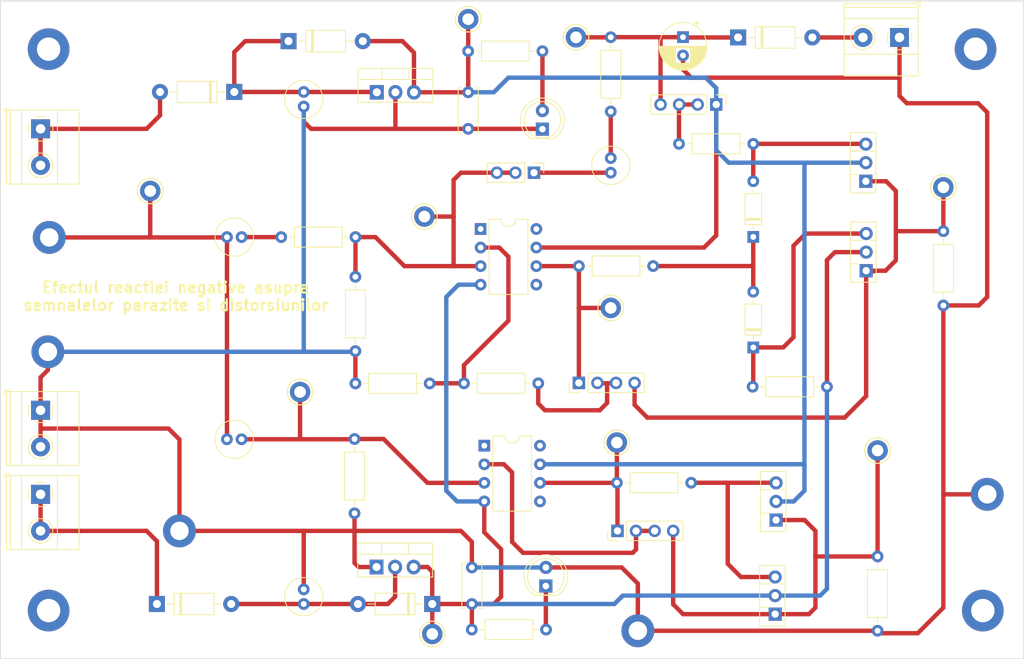
<source format=kicad_pcb>
(kicad_pcb (version 20221018) (generator pcbnew)
  (layers (0 "F.Cu" signal) (31 "B.Cu" signal) (34 "B.Paste" user) (35 "F.Paste" user) (36 "B.SilkS" user "B.Silkscreen") (37 "F.SilkS" user "F.Silkscreen") (38 "B.Mask" user) (39 "F.Mask" user) (44 "Edge.Cuts" user))
  (net 0 "")
  (net 1 "Net-(D1-K)")
  (net 2 "GND")
  (net 3 "Net-(C2-Pad1)")
  (net 4 "Net-(J3-Pin_1)")
  (net 5 "IN")
  (net 6 "Net-(C3-Pad2)")
  (net 7 "Net-(U2-+)")
  (net 8 "Net-(Ds1-K)")
  (net 9 "+5V")
  (net 10 "Net-(Ds3-A)")
  (net 11 "-5V")
  (net 12 "Net-(D1-A)")
  (net 13 "Net-(D2-K)")
  (net 14 "Net-(D2-A)")
  (net 15 "Net-(D3-K)")
  (net 16 "Net-(Dled1-A)")
  (net 17 "Net-(Dled2-K)")
  (net 18 "Net-(Ds1-A)")
  (net 19 "Net-(Ds3-K)")
  (net 20 "Net-(J1-Pin_1)")
  (net 21 "Net-(J1-Pin_2)")
  (net 22 "Net-(J1-Pin_4)")
  (net 23 "Net-(J2-Pin_2)")
  (net 24 "Net-(J3-Pin_2)")
  (net 25 "Net-(J4-Pin_1)")
  (net 26 "Net-(J4-Pin_2)")
  (net 27 "Net-(J4-Pin_4)")
  (net 28 "Net-(Q3-B)")
  (net 29 "Net-(U1--)")
  (footprint "Resistor_THT:R_Axial_DIN0207_L6.3mm_D2.5mm_P10.16mm_Horizontal" (layer "F.Cu") (at 162.155329 65.373772 180)
    (fp_text reference "Rs1" hide)
    (fp_text value "680" hide)
    (pad "1" thru_hole circle (at 0 0 180) (size 1.6 1.6) (drill 0.8) (layers "*.Cu" "*.Mask") (net 16 "Net-(Dled1-A)"))
    (pad "2" thru_hole oval (at 10.16 0 180) (size 1.6 1.6) (drill 0.8) (layers "*.Cu" "*.Mask") (net 9 "+5V"))
  )
  (footprint "Resistor_THT:R_Axial_DIN0207_L6.3mm_D2.5mm_P10.16mm_Horizontal" (layer "F.Cu") (at 171.5 73.626617 90)
    (fp_text reference "R1" hide)
    (fp_text value "15k" hide)
    (pad "1" thru_hole circle (at 0 0 90) (size 1.6 1.6) (drill 0.8) (layers "*.Cu" "*.Mask") (net 3 "Net-(C2-Pad1)"))
    (pad "2" thru_hole oval (at 10.16 0 90) (size 1.6 1.6) (drill 0.8) (layers "*.Cu" "*.Mask") (net 1 "Net-(D1-K)"))
  )
  (footprint "TerminalBlock_Phoenix:TerminalBlock_Phoenix_MKDS-1,5-2_1x02_P5.00mm_Horizontal" (layer "F.Cu") (at 211 63.5 180)
    (fp_text reference "Js_alt1" hide)
    (fp_text value "Screw_Terminal_01x02" hide)
    (pad "1" thru_hole rect (at 0 0 180) (size 2.6 2.6) (drill 1.3) (layers "*.Cu" "*.Mask") (net 2 "GND"))
    (pad "2" thru_hole circle (at 5 0 180) (size 2.6 2.6) (drill 1.3) (layers "*.Cu" "*.Mask") (net 12 "Net-(D1-A)"))
  )
  (footprint "Connector_PinHeader_2.54mm:PinHeader_1x03_P2.54mm_Vertical" (layer "F.Cu") (at 161 82 -90)
    (fp_text reference "J3" hide)
    (fp_text value "Conn_01x03_Pin" hide)
    (pad "1" thru_hole rect (at 0 0 270) (size 1.7 1.7) (drill 1) (layers "*.Cu" "*.Mask") (net 4 "Net-(J3-Pin_1)"))
    (pad "2" thru_hole oval (at 0 2.54 270) (size 1.7 1.7) (drill 1) (layers "*.Cu" "*.Mask") (net 24 "Net-(J3-Pin_2)"))
    (pad "3" thru_hole oval (at 0 5.08 270) (size 1.7 1.7) (drill 1) (layers "*.Cu" "*.Mask") (net 24 "Net-(J3-Pin_2)"))
  )
  (footprint "Capacitor_THT:C_Disc_D6.0mm_W2.5mm_P5.00mm" (layer "F.Cu") (at 152 71 -90)
    (fp_text reference "Cs2" hide)
    (fp_text value "100nF" hide)
    (pad "1" thru_hole circle (at 0 0 270) (size 1.6 1.6) (drill 0.8) (layers "*.Cu" "*.Mask") (net 9 "+5V"))
    (pad "2" thru_hole circle (at 5 0 270) (size 1.6 1.6) (drill 0.8) (layers "*.Cu" "*.Mask") (net 2 "GND"))
  )
  (footprint "Resistor_THT:R_Axial_DIN0207_L6.3mm_D2.5mm_P10.16mm_Horizontal" (layer "F.Cu") (at 136.566764 96.243235 -90)
    (fp_text reference "R3" hide)
    (fp_text value "3.3k" hide)
    (pad "1" thru_hole circle (at 0 0 270) (size 1.6 1.6) (drill 0.8) (layers "*.Cu" "*.Mask") (net 24 "Net-(J3-Pin_2)"))
    (pad "2" thru_hole oval (at 10.16 0 270) (size 1.6 1.6) (drill 0.8) (layers "*.Cu" "*.Mask") (net 2 "GND"))
  )
  (footprint "Capacitor_THT:C_Radial_D5.0mm_H11.0mm_P2.00mm" (layer "F.Cu") (at 171.5 80 -90)
    (fp_text reference "C2" hide)
    (fp_text value "22uF" hide)
    (pad "1" thru_hole circle (at 0 0 270) (size 1.6 1.6) (drill 0.8) (layers "*.Cu" "*.Mask") (net 3 "Net-(C2-Pad1)"))
    (pad "2" thru_hole circle (at 2 0 270) (size 1.6 1.6) (drill 0.8) (layers "*.Cu" "*.Mask") (net 4 "Net-(J3-Pin_1)"))
  )
  (footprint "User_Footprint:Kesytone TP Multipurpose 5013" (layer "F.Cu") (at 108.5 84.5)
    (fp_text reference "TP11" hide)
    (fp_text value "TestPoint" hide)
    (pad "1" thru_hole circle (at 0 0) (size 2.8 2.8) (drill 1.6) (layers "*.Cu" "*.Mask") (net 5 "IN"))
  )
  (footprint "Package_DIP:DIP-8_W7.62mm" (layer "F.Cu") (at 153.7 89.7)
    (fp_text reference "U1" hide)
    (fp_text value "LM741" hide)
    (pad "1" thru_hole rect (at 0 0) (size 1.6 1.6) (drill 0.8) (layers "*.Cu" "*.Mask"))
    (pad "2" thru_hole oval (at 0 2.54) (size 1.6 1.6) (drill 0.8) (layers "*.Cu" "*.Mask") (net 29 "Net-(U1--)"))
    (pad "3" thru_hole oval (at 0 5.08) (size 1.6 1.6) (drill 0.8) (layers "*.Cu" "*.Mask") (net 24 "Net-(J3-Pin_2)"))
    (pad "4" thru_hole oval (at 0 7.62) (size 1.6 1.6) (drill 0.8) (layers "*.Cu" "*.Mask") (net 11 "-5V"))
    (pad "5" thru_hole oval (at 7.62 7.62) (size 1.6 1.6) (drill 0.8) (layers "*.Cu" "*.Mask"))
    (pad "6" thru_hole oval (at 7.62 5.08) (size 1.6 1.6) (drill 0.8) (layers "*.Cu" "*.Mask") (net 20 "Net-(J1-Pin_1)"))
    (pad "7" thru_hole oval (at 7.62 2.54) (size 1.6 1.6) (drill 0.8) (layers "*.Cu" "*.Mask") (net 9 "+5V"))
    (pad "8" thru_hole oval (at 7.62 0) (size 1.6 1.6) (drill 0.8) (layers "*.Cu" "*.Mask"))
  )
  (footprint "Resistor_THT:R_Axial_DIN0207_L6.3mm_D2.5mm_P10.16mm_Horizontal" (layer "F.Cu") (at 208 134.5 -90)
    (fp_text reference "RL2" hide)
    (fp_text value "150" hide)
    (pad "1" thru_hole circle (at 0 0 270) (size 1.6 1.6) (drill 0.8) (layers "*.Cu" "*.Mask") (net 27 "Net-(J4-Pin_4)"))
    (pad "2" thru_hole oval (at 10.16 0 270) (size 1.6 1.6) (drill 0.8) (layers "*.Cu" "*.Mask") (net 2 "GND"))
  )
  (footprint "Capacitor_THT:C_Radial_D5.0mm_H11.0mm_P2.00mm" (layer "F.Cu") (at 119 90.81)
    (fp_text reference "C3" hide)
    (fp_text value "2.2uF" hide)
    (pad "1" thru_hole circle (at 0 0) (size 1.6 1.6) (drill 0.8) (layers "*.Cu" "*.Mask") (net 5 "IN"))
    (pad "2" thru_hole circle (at 2 0) (size 1.6 1.6) (drill 0.8) (layers "*.Cu" "*.Mask") (net 6 "Net-(C3-Pad2)"))
  )
  (footprint "User_Footprint:Kesytone TP Multipurpose 5013" (layer "F.Cu") (at 208 120)
    (fp_text reference "TP8" hide)
    (fp_text value "TestPoint" hide)
    (pad "1" thru_hole circle (at 0 0) (size 2.8 2.8) (drill 1.6) (layers "*.Cu" "*.Mask") (net 27 "Net-(J4-Pin_4)"))
  )
  (footprint "Capacitor_THT:CP_Radial_D6.3mm_P2.50mm" (layer "F.Cu") (at 181.383197 63.458879 -90)
    (fp_text reference "C1" hide)
    (fp_text value "22uF" hide)
    (pad "1" thru_hole rect (at 0 0 270) (size 1.6 1.6) (drill 0.8) (layers "*.Cu" "*.Mask") (net 1 "Net-(D1-K)"))
    (pad "2" thru_hole circle (at 2.5 0 270) (size 1.6 1.6) (drill 0.8) (layers "*.Cu" "*.Mask") (net 2 "GND"))
  )
  (footprint "MountingHole:MountingHole_3.2mm_M3_ISO7380_Pad_TopBottom" (layer "F.Cu") (at 221.4 65.1)
    (fp_text reference "H3" hide)
    (fp_text value "MountingHole" hide)
    (pad "1" thru_hole circle (at 0 0) (size 3.6 3.6) (drill 3.2) (layers "*.Cu" "*.Mask"))
    (pad "1" connect circle (at 0 0) (size 5.7 5.7) (layers "F.Cu" "F.Mask"))
    (pad "1" connect circle (at 0 0) (size 5.7 5.7) (layers "B.Cu" "B.Mask"))
  )
  (footprint "User_Footprint:TestPoint" (layer "F.Cu") (at 94.5 106.5)
    (fp_text reference "TP1" hide)
    (fp_text value "TestPoint" hide)
    (pad "1" thru_hole circle (at 0 0) (size 4.5 4.5) (drill 2.52) (layers "*.Cu" "*.Mask") (net 2 "GND"))
  )
  (footprint "User_Footprint:Kesytone TP Multipurpose 5013" (layer "F.Cu") (at 217 84)
    (fp_text reference "TP6" hide)
    (fp_text value "TestPoint" hide)
    (pad "1" thru_hole circle (at 0 0) (size 2.8 2.8) (drill 1.6) (layers "*.Cu" "*.Mask") (net 22 "Net-(J1-Pin_4)"))
  )
  (footprint "Capacitor_THT:C_Disc_D6.0mm_W2.5mm_P5.00mm" (layer "F.Cu") (at 152.5 141 90)
    (fp_text reference "Cs4" hide)
    (fp_text value "100nF" hide)
    (pad "1" thru_hole circle (at 0 0 90) (size 1.6 1.6) (drill 0.8) (layers "*.Cu" "*.Mask") (net 11 "-5V"))
    (pad "2" thru_hole circle (at 5 0 90) (size 1.6 1.6) (drill 0.8) (layers "*.Cu" "*.Mask") (net 2 "GND"))
  )
  (footprint "Capacitor_THT:C_Radial_D5.0mm_H11.0mm_P2.00mm" (layer "F.Cu") (at 118.993008 118.466002)
    (fp_text reference "C4" hide)
    (fp_text value "2.2uF" hide)
    (pad "1" thru_hole circle (at 0 0) (size 1.6 1.6) (drill 0.8) (layers "*.Cu" "*.Mask") (net 5 "IN"))
    (pad "2" thru_hole circle (at 2 0) (size 1.6 1.6) (drill 0.8) (layers "*.Cu" "*.Mask") (net 7 "Net-(U2-+)"))
  )
  (footprint "Resistor_THT:R_Axial_DIN0207_L6.3mm_D2.5mm_P10.16mm_Horizontal" (layer "F.Cu") (at 136.449866 118.43036 -90)
    (fp_text reference "R9" hide)
    (fp_text value "12k" hide)
    (pad "1" thru_hole circle (at 0 0 270) (size 1.6 1.6) (drill 0.8) (layers "*.Cu" "*.Mask") (net 7 "Net-(U2-+)"))
    (pad "2" thru_hole oval (at 10.16 0 270) (size 1.6 1.6) (drill 0.8) (layers "*.Cu" "*.Mask") (net 2 "GND"))
  )
  (footprint "TerminalBlock_Phoenix:TerminalBlock_Phoenix_MKDS-1,5-2_1x02_P5.00mm_Horizontal" (layer "F.Cu") (at 93.5 126 -90)
    (fp_text reference "Js3" hide)
    (fp_text value "Screw_Terminal_01x02" hide)
    (pad "1" thru_hole rect (at 0 0 270) (size 2.6 2.6) (drill 1.3) (layers "*.Cu" "*.Mask") (net 19 "Net-(Ds3-K)"))
    (pad "2" thru_hole circle (at 5 0 270) (size 2.6 2.6) (drill 1.3) (layers "*.Cu" "*.Mask") (net 19 "Net-(Ds3-K)"))
  )
  (footprint "Diode_THT:D_DO-41_SOD81_P10.16mm_Horizontal" (layer "F.Cu") (at 120 70.95451 180)
    (fp_text reference "Ds1" hide)
    (fp_text value "1N4007" hide)
    (pad "1" thru_hole rect (at 0 0 180) (size 2.2 2.2) (drill 1.1) (layers "*.Cu" "*.Mask") (net 8 "Net-(Ds1-K)"))
    (pad "2" thru_hole oval (at 10.16 0 180) (size 2.2 2.2) (drill 1.1) (layers "*.Cu" "*.Mask") (net 18 "Net-(Ds1-A)"))
  )
  (footprint "Capacitor_THT:C_Radial_D5.0mm_H11.0mm_P2.00mm" (layer "F.Cu") (at 129.5 141 90)
    (fp_text reference "Cs3" hide)
    (fp_text value "1uF" hide)
    (pad "1" thru_hole circle (at 0 0 90) (size 1.6 1.6) (drill 0.8) (layers "*.Cu" "*.Mask") (net 10 "Net-(Ds3-A)"))
    (pad "2" thru_hole circle (at 2 0 90) (size 1.6 1.6) (drill 0.8) (layers "*.Cu" "*.Mask") (net 2 "GND"))
  )
  (footprint "Connector_PinHeader_2.54mm:PinHeader_1x04_P2.54mm_Vertical" (layer "F.Cu") (at 167.139697 110.757278 90)
    (fp_text reference "J1" hide)
    (fp_text value "Conn_01x04_Pin" hide)
    (pad "1" thru_hole rect (at 0 0 90) (size 1.7 1.7) (drill 1) (layers "*.Cu" "*.Mask") (net 20 "Net-(J1-Pin_1)"))
    (pad "2" thru_hole oval (at 0 2.54 90) (size 1.7 1.7) (drill 1) (layers "*.Cu" "*.Mask") (net 21 "Net-(J1-Pin_2)"))
    (pad "3" thru_hole oval (at 0 5.08 90) (size 1.7 1.7) (drill 1) (layers "*.Cu" "*.Mask") (net 21 "Net-(J1-Pin_2)"))
    (pad "4" thru_hole oval (at 0 7.62 90) (size 1.7 1.7) (drill 1) (layers "*.Cu" "*.Mask") (net 22 "Net-(J1-Pin_4)"))
  )
  (footprint "User_Footprint:Kesytone TP Multipurpose 5013" (layer "F.Cu") (at 172.336532 118.918266)
    (fp_text reference "TP7" hide)
    (fp_text value "TestPoint" hide)
    (pad "1" thru_hole circle (at 0 0) (size 2.8 2.8) (drill 1.6) (layers "*.Cu" "*.Mask") (net 25 "Net-(J4-Pin_1)"))
  )
  (footprint "Resistor_THT:R_Axial_DIN0207_L6.3mm_D2.5mm_P10.16mm_Horizontal" (layer "F.Cu") (at 136.58 90.81 180)
    (fp_text reference "R2" hide)
    (fp_text value "3.3k" hide)
    (pad "1" thru_hole circle (at 0 0 180) (size 1.6 1.6) (drill 0.8) (layers "*.Cu" "*.Mask") (net 24 "Net-(J3-Pin_2)"))
    (pad "2" thru_hole oval (at 10.16 0 180) (size 1.6 1.6) (drill 0.8) (layers "*.Cu" "*.Mask") (net 6 "Net-(C3-Pad2)"))
  )
  (footprint "Diode_THT:D_DO-41_SOD81_P10.16mm_Horizontal" (layer "F.Cu") (at 188.92 63.5)
    (fp_text reference "D1" hide)
    (fp_text value "1N4007" hide)
    (pad "1" thru_hole rect (at 0 0) (size 2.2 2.2) (drill 1.1) (layers "*.Cu" "*.Mask") (net 1 "Net-(D1-K)"))
    (pad "2" thru_hole oval (at 10.16 0) (size 2.2 2.2) (drill 1.1) (layers "*.Cu" "*.Mask") (net 12 "Net-(D1-A)"))
  )
  (footprint "Resistor_THT:R_Axial_DIN0207_L6.3mm_D2.5mm_P10.16mm_Horizontal" (layer "F.Cu") (at 177.3 94.772448 180)
    (fp_text reference "R6" hide)
    (fp_text value "680" hide)
    (pad "1" thru_hole circle (at 0 0 180) (size 1.6 1.6) (drill 0.8) (layers "*.Cu" "*.Mask") (net 13 "Net-(D2-K)"))
    (pad "2" thru_hole oval (at 10.16 0 180) (size 1.6 1.6) (drill 0.8) (layers "*.Cu" "*.Mask") (net 20 "Net-(J1-Pin_1)"))
  )
  (footprint "Package_TO_SOT_THT:TO-220-3_Vertical" (layer "F.Cu") (at 139.46 135.945)
    (fp_text reference "U4" hide)
    (fp_text value "L7905" hide)
    (pad "1" thru_hole rect (at 0 0) (size 1.905 2) (drill 1.1) (layers "*.Cu" "*.Mask") (net 2 "GND"))
    (pad "2" thru_hole oval (at 2.54 0) (size 1.905 2) (drill 1.1) (layers "*.Cu" "*.Mask") (net 10 "Net-(Ds3-A)"))
    (pad "3" thru_hole oval (at 5.08 0) (size 1.905 2) (drill 1.1) (layers "*.Cu" "*.Mask") (net 11 "-5V"))
  )
  (footprint "Diode_THT:D_DO-35_SOD27_P7.62mm_Horizontal" (layer "F.Cu") (at 190.994644 105.90345 90)
    (fp_text reference "D3" hide)
    (fp_text value "1N4148" hide)
    (pad "1" thru_hole rect (at 0 0 90) (size 1.6 1.6) (drill 0.8) (layers "*.Cu" "*.Mask") (net 15 "Net-(D3-K)"))
    (pad "2" thru_hole oval (at 7.62 0 90) (size 1.6 1.6) (drill 0.8) (layers "*.Cu" "*.Mask") (net 13 "Net-(D2-K)"))
  )
  (footprint "Package_TO_SOT_THT:TO-126-3_Vertical" (layer "F.Cu") (at 206.390553 83.170346 90)
    (fp_text reference "Q1" hide)
    (fp_text value "BD135" hide)
    (pad "1" thru_hole rect (at 0 0 90) (size 1.8 1.8) (drill 1) (layers "*.Cu" "*.Mask") (net 22 "Net-(J1-Pin_4)"))
    (pad "2" thru_hole oval (at 2.54 0 90) (size 1.8 1.8) (drill 1) (layers "*.Cu" "*.Mask") (net 9 "+5V"))
    (pad "3" thru_hole oval (at 5.08 0 90) (size 1.8 1.8) (drill 1) (layers "*.Cu" "*.Mask") (net 14 "Net-(D2-A)"))
  )
  (footprint "User_Footprint:TestPoint" (layer "F.Cu") (at 94.687311 90.853164)
    (fp_text reference "J5" hide)
    (fp_text value "Conn_01x01_Male" hide)
    (pad "1" thru_hole circle (at 0 0) (size 4.5 4.5) (drill 2.52) (layers "*.Cu" "*.Mask") (net 5 "IN"))
  )
  (footprint "Resistor_THT:R_Axial_DIN0207_L6.3mm_D2.5mm_P10.16mm_Horizontal" (layer "F.Cu") (at 151.42 110.81)
    (fp_text reference "R5" hide)
    (fp_text value "3.3k" hide)
    (pad "1" thru_hole circle (at 0 0) (size 1.6 1.6) (drill 0.8) (layers "*.Cu" "*.Mask") (net 29 "Net-(U1--)"))
    (pad "2" thru_hole oval (at 10.16 0) (size 1.6 1.6) (drill 0.8) (layers "*.Cu" "*.Mask") (net 21 "Net-(J1-Pin_2)"))
  )
  (footprint "User_Footprint:Kesytone TP Multipurpose 5013" (layer "F.Cu") (at 129 112)
    (fp_text reference "TP13" hide)
    (fp_text value "TestPoint" hide)
    (pad "1" thru_hole circle (at 0 0) (size 2.8 2.8) (drill 1.6) (layers "*.Cu" "*.Mask") (net 7 "Net-(U2-+)"))
  )
  (footprint "LED_THT:LED_D5.0mm" (layer "F.Cu") (at 162.155329 76.04 90)
    (fp_text reference "Dled1" hide)
    (fp_text value "LED" hide)
    (pad "1" thru_hole rect (at 0 0 90) (size 1.8 1.8) (drill 0.9) (layers "*.Cu" "*.Mask") (net 2 "GND"))
    (pad "2" thru_hole circle (at 2.54 0 90) (size 1.8 1.8) (drill 0.9) (layers "*.Cu" "*.Mask") (net 16 "Net-(Dled1-A)"))
  )
  (footprint "Package_TO_SOT_THT:TO-220-3_Vertical" (layer "F.Cu") (at 139.5 71)
    (fp_text reference "U3" hide)
    (fp_text value "L7805" hide)
    (pad "1" thru_hole rect (at 0 0) (size 1.905 2) (drill 1.1) (layers "*.Cu" "*.Mask") (net 8 "Net-(Ds1-K)"))
    (pad "2" thru_hole oval (at 2.54 0) (size 1.905 2) (drill 1.1) (layers "*.Cu" "*.Mask") (net 2 "GND"))
    (pad "3" thru_hole oval (at 5.08 0) (size 1.905 2) (drill 1.1) (layers "*.Cu" "*.Mask") (net 9 "+5V"))
  )
  (footprint "Package_TO_SOT_THT:TO-126-3_Vertical" (layer "F.Cu") (at 193.987076 142.39 90)
    (fp_text reference "Q4" hide)
    (fp_text value "BD136" hide)
    (pad "1" thru_hole rect (at 0 0 90) (size 1.8 1.8) (drill 1) (layers "*.Cu" "*.Mask") (net 27 "Net-(J4-Pin_4)"))
    (pad "2" thru_hole oval (at 2.54 0 90) (size 1.8 1.8) (drill 1) (layers "*.Cu" "*.Mask") (net 11 "-5V"))
    (pad "3" thru_hole oval (at 5.08 0 90) (size 1.8 1.8) (drill 1) (layers "*.Cu" "*.Mask") (net 28 "Net-(Q3-B)"))
  )
  (footprint "User_Footprint:Kesytone TP Multipurpose 5013" (layer "F.Cu") (at 166.747136 63.482816)
    (fp_text reference "TP4" hide)
    (fp_text value "TestPoint" hide)
    (pad "1" thru_hole circle (at 0 0) (size 2.8 2.8) (drill 1.6) (layers "*.Cu" "*.Mask") (net 1 "Net-(D1-K)"))
  )
  (footprint "TerminalBlock_Phoenix:TerminalBlock_Phoenix_MKDS-1,5-2_1x02_P5.00mm_Horizontal" (layer "F.Cu") (at 93.5 114.5 -90)
    (fp_text reference "Js2" hide)
    (fp_text value "Screw_Terminal_01x02" hide)
    (pad "1" thru_hole rect (at 0 0 270) (size 2.6 2.6) (drill 1.3) (layers "*.Cu" "*.Mask") (net 2 "GND"))
    (pad "2" thru_hole circle (at 5 0 270) (size 2.6 2.6) (drill 1.3) (layers "*.Cu" "*.Mask") (net 2 "GND"))
  )
  (footprint "LED_THT:LED_D5.0mm" (layer "F.Cu") (at 162.621211 138.54 90)
    (fp_text reference "Dled2" hide)
    (fp_text value "LED" hide)
    (pad "1" thru_hole rect (at 0 0 90) (size 1.8 1.8) (drill 0.9) (layers "*.Cu" "*.Mask") (net 17 "Net-(Dled2-K)"))
    (pad "2" thru_hole circle (at 2.54 0 90) (size 1.8 1.8) (drill 0.9) (layers "*.Cu" "*.Mask") (net 2 "GND"))
  )
  (footprint "Capacitor_THT:C_Radial_D5.0mm_H11.0mm_P2.00mm" (layer "F.Cu") (at 129.5 70.95451 -90)
    (fp_text reference "Cs1" hide)
    (fp_text value "1uF" hide)
    (pad "1" thru_hole circle (at 0 0 270) (size 1.6 1.6) (drill 0.8) (layers "*.Cu" "*.Mask") (net 8 "Net-(Ds1-K)"))
    (pad "2" thru_hole circle (at 2 0 270) (size 1.6 1.6) (drill 0.8) (layers "*.Cu" "*.Mask") (net 2 "GND"))
  )
  (footprint "User_Footprint:Kesytone TP Multipurpose 5013" (layer "F.Cu") (at 152 61)
    (fp_text reference "TP9" hide)
    (fp_text value "TestPoint" hide)
    (pad "1" thru_hole circle (at 0 0) (size 2.8 2.8) (drill 1.6) (layers "*.Cu" "*.Mask") (net 9 "+5V"))
  )
  (footprint "Connector_PinHeader_2.54mm:PinHeader_1x04_P2.54mm_Vertical" (layer "F.Cu") (at 185.931041 72.671793 -90)
    (fp_text reference "J2" hide)
    (fp_text value "Conn_01x04_Pin" hide)
    (pad "1" thru_hole rect (at 0 0 270) (size 1.7 1.7) (drill 1) (layers "*.Cu" "*.Mask") (net 9 "+5V"))
    (pad "2" thru_hole oval (at 0 2.54 270) (size 1.7 1.7) (drill 1) (layers "*.Cu" "*.Mask") (net 23 "Net-(J2-Pin_2)"))
    (pad "3" thru_hole oval (at 0 5.08 270) (size 1.7 1.7) (drill 1) (layers "*.Cu" "*.Mask") (net 23 "Net-(J2-Pin_2)"))
    (pad "4" thru_hole oval (at 0 7.62 270) (size 1.7 1.7) (drill 1) (layers "*.Cu" "*.Mask") (net 1 "Net-(D1-K)"))
  )
  (footprint "Package_DIP:DIP-8_W7.62mm" (layer "F.Cu") (at 154.2 119.34689)
    (fp_text reference "U2" hide)
    (fp_text value "LM741" hide)
    (pad "1" thru_hole rect (at 0 0) (size 1.6 1.6) (drill 0.8) (layers "*.Cu" "*.Mask"))
    (pad "2" thru_hole oval (at 0 2.54) (size 1.6 1.6) (drill 0.8) (layers "*.Cu" "*.Mask") (net 26 "Net-(J4-Pin_2)"))
    (pad "3" thru_hole oval (at 0 5.08) (size 1.6 1.6) (drill 0.8) (layers "*.Cu" "*.Mask") (net 7 "Net-(U2-+)"))
    (pad "4" thru_hole oval (at 0 7.62) (size 1.6 1.6) (drill 0.8) (layers "*.Cu" "*.Mask") (net 11 "-5V"))
    (pad "5" thru_hole oval (at 7.62 7.62) (size 1.6 1.6) (drill 0.8) (layers "*.Cu" "*.Mask"))
    (pad "6" thru_hole oval (at 7.62 5.08) (size 1.6 1.6) (drill 0.8) (layers "*.Cu" "*.Mask") (net 25 "Net-(J4-Pin_1)"))
    (pad "7" thru_hole oval (at 7.62 2.54) (size 1.6 1.6) (drill 0.8) (layers "*.Cu" "*.Mask") (net 9 "+5V"))
    (pad "8" thru_hole oval (at 7.62 0) (size 1.6 1.6) (drill 0.8) (layers "*.Cu" "*.Mask"))
  )
  (footprint "Resistor_THT:R_Axial_DIN0207_L6.3mm_D2.5mm_P10.16mm_Horizontal" (layer "F.Cu") (at 182.5 124.414569 180)
    (fp_text reference "R10" hide)
    (fp_text value "680" hide)
    (pad "1" thru_hole circle (at 0 0 180) (size 1.6 1.6) (drill 0.8) (layers "*.Cu" "*.Mask") (net 28 "Net-(Q3-B)"))
    (pad "2" thru_hole oval (at 10.16 0 180) (size 1.6 1.6) (drill 0.8) (layers "*.Cu" "*.Mask") (net 25 "Net-(J4-Pin_1)"))
  )
  (footprint "Package_TO_SOT_THT:TO-126-3_Vertical" (layer "F.Cu") (at 206.436413 95.406966 90)
    (fp_text reference "Q2" hide)
    (fp_text value "BD136" hide)
    (pad "1" thru_hole rect (at 0 0 90) (size 1.8 1.8) (drill 1) (layers "*.Cu" "*.Mask") (net 22 "Net-(J1-Pin_4)"))
    (pad "2" thru_hole oval (at 2.54 0 90) (size 1.8 1.8) (drill 1) (layers "*.Cu" "*.Mask") (net 11 "-5V"))
    (pad "3" thru_hole oval (at 5.08 0 90) (size 1.8 1.8) (drill 1) (layers "*.Cu" "*.Mask") (net 15 "Net-(D3-K)"))
  )
  (footprint "Diode_THT:D_DO-35_SOD27_P7.62mm_Horizontal" (layer "F.Cu") (at 190.994644 90.78345 90)
    (fp_text reference "D2" hide)
    (fp_text value "1N4148" hide)
    (pad "1" thru_hole rect (at 0 0 90) (size 1.6 1.6) (drill 0.8) (layers "*.Cu" "*.Mask") (net 13 "Net-(D2-K)"))
    (pad "2" thru_hole oval (at 7.62 0 90) (size 1.6 1.6) (drill 0.8) (layers "*.Cu" "*.Mask") (net 14 "Net-(D2-A)"))
  )
  (footprint "User_Footprint:Kesytone TP Multipurpose 5013" (layer "F.Cu") (at 147.086491 145.103405)
    (fp_text reference "TP10" hide)
    (fp_text value "TestPoint" hide)
    (pad "1" thru_hole circle (at 0 0) (size 2.8 2.8) (drill 1.6) (layers "*.Cu" "*.Mask") (net 11 "-5V"))
  )
  (footprint "Package_TO_SOT_THT:TO-126-3_Vertical" (layer "F.Cu") (at 194.112076 129.514629 90)
    (fp_text reference "Q3" hide)
    (fp_text value "BD135" hide)
    (pad "1" thru_hole rect (at 0 0 90) (size 1.8 1.8) (drill 1) (layers "*.Cu" "*.Mask") (net 27 "Net-(J4-Pin_4)"))
    (pad "2" thru_hole oval (at 2.54 0 90) (size 1.8 1.8) (drill 1) (layers "*.Cu" "*.Mask") (net 9 "+5V"))
    (pad "3" thru_hole oval (at 5.08 0 90) (size 1.8 1.8) (drill 1) (layers "*.Cu" "*.Mask") (net 28 "Net-(Q3-B)"))
  )
  (footprint "Resistor_THT:R_Axial_DIN0207_L6.3mm_D2.5mm_P10.16mm_Horizontal" (layer "F.Cu") (at 136.570219 110.826691)
    (fp_text reference "R4" hide)
    (fp_text value "3.3k" hide)
    (pad "1" thru_hole circle (at 0 0) (size 1.6 1.6) (drill 0.8) (layers "*.Cu" "*.Mask") (net 2 "GND"))
    (pad "2" thru_hole oval (at 10.16 0) (size 1.6 1.6) (drill 0.8) (layers "*.Cu" "*.Mask") (net 29 "Net-(U1--)"))
  )
  (footprint "Resistor_THT:R_Axial_DIN0207_L6.3mm_D2.5mm_P10.16mm_Horizontal" (layer "F.Cu") (at 162.648923 144.5 180)
    (fp_text reference "Rs2" hide)
    (fp_text value "680" hide)
    (pad "1" thru_hole circle (at 0 0 180) (size 1.6 1.6) (drill 0.8) (layers "*.Cu" "*.Mask") (net 17 "Net-(Dled2-K)"))
    (pad "2" thru_hole oval (at 10.16 0 180) (size 1.6 1.6) (drill 0.8) (layers "*.Cu" "*.Mask") (net 11 "-5V"))
  )
  (footprint "Resistor_THT:R_Axial_DIN0207_L6.3mm_D2.5mm_P10.16mm_Horizontal" (layer "F.Cu") (at 217 90 -90)
    (fp_text reference "RL1" hide)
    (fp_text value "150" hide)
    (pad "1" thru_hole circle (at 0 0 270) (size 1.6 1.6) (drill 0.8) (layers "*.Cu" "*.Mask") (net 22 "Net-(J1-Pin_4)"))
    (pad "2" thru_hole oval (at 10.16 0 270) (size 1.6 1.6) (drill 0.8) (layers "*.Cu" "*.Mask") (net 2 "GND"))
  )
  (footprint "Diode_THT:D_DO-41_SOD81_P10.16mm_Horizontal" (layer "F.Cu") (at 109.42 141)
    (fp_text reference "Ds3" hide)
    (fp_text value "1N4007" hide)
    (pad "1" thru_hole rect (at 0 0) (size 2.2 2.2) (drill 1.1) (layers "*.Cu" "*.Mask") (net 19 "Net-(Ds3-K)"))
    (pad "2" thru_hole oval (at 10.16 0) (size 2.2 2.2) (drill 1.1) (layers "*.Cu" "*.Mask") (net 10 "Net-(Ds3-A)"))
  )
  (footprint "MountingHole:MountingHole_3.2mm_M3_ISO7380_Pad_TopBottom" (layer "F.Cu") (at 222.4 141.9)
    (fp_text reference "H1" hide)
    (fp_text value "MountingHole" hide)
    (pad "1" thru_hole circle (at 0 0) (size 3.6 3.6) (drill 3.2) (layers "*.Cu" "*.Mask"))
    (pad "1" connect circle (at 0 0) (size 5.7 5.7) (layers "F.Cu" "F.Mask"))
    (pad "1" connect circle (at 0 0) (size 5.7 5.7) (layers "B.Cu" "B.Mask"))
  )
  (footprint "Resistor_THT:R_Axial_DIN0207_L6.3mm_D2.5mm_P10.16mm_Horizontal" (layer "F.Cu") (at 201.074644 111.28345 180)
    (fp_text reference "R7" hide)
    (fp_text value "3.3k" hide)
    (pad "1" thru_hole circle (at 0 0 180) (size 1.6 1.6) (drill 0.8) (layers "*.Cu" "*.Mask") (net 11 "-5V"))
    (pad "2" thru_hole oval (at 10.16 0 180) (size 1.6 1.6) (drill 0.8) (layers "*.Cu" "*.Mask") (net 15 "Net-(D3-K)"))
  )
  (footprint "MountingHole:MountingHole_3.2mm_M3_ISO7380_Pad_TopBottom" (layer "F.Cu") (at 94.6 141.9)
    (fp_text reference "H2" hide)
    (fp_text value "MountingHole" hide)
    (pad "1" thru_hole circle (at 0 0) (size 3.6 3.6) (drill 3.2) (layers "*.Cu" "*.Mask"))
    (pad "1" connect circle (at 0 0) (size 5.7 5.7) (layers "F.Cu" "F.Mask"))
    (pad "1" connect circle (at 0 0) (size 5.7 5.7) (layers "B.Cu" "B.Mask"))
  )
  (footprint "Connector_PinHeader_2.54mm:PinHeader_1x04_P2.54mm_Vertical" (layer "F.Cu") (at 172.42 131 90)
    (fp_text reference "J4" hide)
    (fp_text value "Conn_01x04_Pin" hide)
    (pad "1" thru_hole rect (at 0 0 90) (size 1.7 1.7) (drill 1) (layers "*.Cu" "*.Mask") (net 25 "Net-(J4-Pin_1)"))
    (pad "2" thru_hole oval (at 0 2.54 90) (size 1.7 1.7) (drill 1) (layers "*.Cu" "*.Mask") (net 26 "Net-(J4-Pin_2)"))
    (pad "3" thru_hole oval (at 0 5.08 90) (size 1.7 1.7) (drill 1) (layers "*.Cu" "*.Mask") (net 26 "Net-(J4-Pin_2)"))
    (pad "4" thru_hole oval (at 0 7.62 90) (size 1.7 1.7) (drill 1) (layers "*.Cu" "*.Mask") (net 27 "Net-(J4-Pin_4)"))
  )
  (footprint "User_Footprint:TestPoint" (layer "F.Cu") (at 112.5 131)
    (fp_text reference "TP14" hide)
    (fp_text value "TestPoint" hide)
    (pad "1" thru_hole circle (at 0 0) (size 4.5 4.5) (drill 2.52) (layers "*.Cu" "*.Mask") (net 2 "GND"))
  )
  (footprint "User_Footprint:TestPoint" (layer "F.Cu") (at 223 126)
    (fp_text reference "TP3" hide)
    (fp_text value "TestPoint" hide)
    (pad "1" thru_hole circle (at 0 0) (size 4.5 4.5) (drill 2.52) (layers "*.Cu" "*.Mask") (net 2 "GND"))
  )
  (footprint "MountingHole:MountingHole_3.2mm_M3_ISO7380_Pad_TopBottom" (layer "F.Cu") (at 94.6 65.1)
    (fp_text reference "H4" hide)
    (fp_text value "MountingHole" hide)
    (pad "1" thru_hole circle (at 0 0) (size 3.6 3.6) (drill 3.2) (layers "*.Cu" "*.Mask"))
    (pad "1" connect circle (at 0 0) (size 5.7 5.7) (layers "F.Cu" "F.Mask"))
    (pad "1" connect circle (at 0 0) (size 5.7 5.7) (layers "B.Cu" "B.Mask"))
  )
  (footprint "User_Footprint:Kesytone TP Multipurpose 5013" (layer "F.Cu") (at 146 88)
    (fp_text reference "TP12" hide)
    (fp_text value "TestPoint" hide)
    (pad "1" thru_hole circle (at 0 0) (size 2.8 2.8) (drill 1.6) (layers "*.Cu" "*.Mask") (net 24 "Net-(J3-Pin_2)"))
  )
  (footprint "User_Footprint:Kesytone TP Multipurpose 5013" (layer "F.Cu") (at 171.5 100.5)
    (fp_text reference "TP5" hide)
    (fp_text value "TestPoint" hide)
    (pad "1" thru_hole circle (at 0 0) (size 2.8 2.8) (drill 1.6) (layers "*.Cu" "*.Mask") (net 20 "Net-(J1-Pin_1)"))
  )
  (footprint "Resistor_THT:R_Axial_DIN0207_L6.3mm_D2.5mm_P10.16mm_Horizontal" (layer "F.Cu") (at 190.994644 78.05345 180)
    (fp_text reference "R8" hide)
    (fp_text value "3.3k" hide)
    (pad "1" thru_hole circle (at 0 0 180) (size 1.6 1.6) (drill 0.8) (layers "*.Cu" "*.Mask") (net 14 "Net-(D2-A)"))
    (pad "2" thru_hole oval (at 10.16 0 180) (size 1.6 1.6) (drill 0.8) (layers "*.Cu" "*.Mask") (net 23 "Net-(J2-Pin_2)"))
  )
  (footprint "Diode_THT:D_DO-41_SOD81_P10.16mm_Horizontal" (layer "F.Cu") (at 127.42 64)
    (fp_text reference "Ds2" hide)
    (fp_text value "1N4007" hide)
    (pad "1" thru_hole rect (at 0 0) (size 2.2 2.2) (drill 1.1) (layers "*.Cu" "*.Mask") (net 8 "Net-(Ds1-K)"))
    (pad "2" thru_hole oval (at 10.16 0) (size 2.2 2.2) (drill 1.1) (layers "*.Cu" "*.Mask") (net 9 "+5V"))
  )
  (footprint "Diode_THT:D_DO-41_SOD81_P10.16mm_Horizontal" (layer "F.Cu") (at 147.08 141 180)
    (fp_text reference "Ds4" hide)
    (fp_text value "1N4007" hide)
    (pad "1" thru_hole rect (at 0 0 180) (size 2.2 2.2) (drill 1.1) (layers "*.Cu" "*.Mask") (net 11 "-5V"))
    (pad "2" thru_hole oval (at 10.16 0 180) (size 2.2 2.2) (drill 1.1) (layers "*.Cu" "*.Mask") (net 10 "Net-(Ds3-A)"))
  )
  (footprint "User_Footprint:TestPoint" (layer "F.Cu") (at 175.206888 144.660836)
    (fp_text reference "TP2" hide)
    (fp_text value "TestPoint" hide)
    (pad "1" thru_hole circle (at 0 0) (size 4.5 4.5) (drill 2.52) (layers "*.Cu" "*.Mask") (net 2 "GND"))
  )
  (footprint "TerminalBlock_Phoenix:TerminalBlock_Phoenix_MKDS-1,5-2_1x02_P5.00mm_Horizontal" (layer "F.Cu") (at 93.5 76 -90)
    (fp_text reference "Js1" hide)
    (fp_text value "Screw_Terminal_01x02" hide)
    (pad "1" thru_hole rect (at 0 0 270) (size 2.6 2.6) (drill 1.3) (layers "*.Cu" "*.Mask") (net 18 "Net-(Ds1-A)"))
    (pad "2" thru_hole circle (at 5 0 270) (size 2.6 2.6) (drill 1.3) (layers "*.Cu" "*.Mask") (net 18 "Net-(Ds1-A)"))
  )
  (gr_rect (start 88 58.5) (end 228 148.5) (stroke (width 0.1)) (fill none) (layer "Edge.Cuts"))
  (gr_text "Efectul reactiei negative asupra\nsemnalelor parazite si distorsiunilor" (at 112 101) (layer "F.SilkS") (effects (font (size 1.5 1.5) (thickness 0.3) bold) (justify bottom)))
  (segment (start 181.383197 63.458879) (end 178.5 63.458879) (width 0.6) (layer "F.Cu") (net 1))
  (segment (start 171.507738 63.458879) (end 171.5 63.466617) (width 0.6) (layer "F.Cu") (net 1))
  (segment (start 188.92 63.5) (end 181.424318 63.5) (width 0.6) (layer "F.Cu") (net 1))
  (segment (start 171.483801 63.482816) (end 171.5 63.466617) (width 0.6) (layer "F.Cu") (net 1))
  (segment (start 181.424318 63.5) (end 181.383197 63.458879) (width 0.6) (layer "F.Cu") (net 1))
  (segment (start 178.311041 63.647838) (end 178.5 63.458879) (width 0.6) (layer "F.Cu") (net 1))
  (segment (start 178.311041 72.671793) (end 178.311041 63.647838) (width 0.6) (layer "F.Cu") (net 1))
  (segment (start 178.5 63.458879) (end 171.507738 63.458879) (width 0.6) (layer "F.Cu") (net 1))
  (segment (start 166.747136 63.482816) (end 171.483801 63.482816) (width 0.6) (layer "F.Cu") (net 1))
  (segment (start 111 117) (end 112.5 118.5) (width 0.6) (layer "F.Cu") (net 2))
  (segment (start 208.34 145) (end 208 144.66) (width 0.6) (layer "F.Cu") (net 2))
  (segment (start 162.115329 76) (end 152 76) (width 0.6) (layer "F.Cu") (net 2))
  (segment (start 136.449866 135.394866) (end 137 135.945) (width 0.6) (layer "F.Cu") (net 2))
  (segment (start 136.566764 106.403235) (end 136.566764 110.823236) (width 0.6) (layer "F.Cu") (net 2))
  (segment (start 182.5 69) (end 211 69) (width 0.6) (layer "F.Cu") (net 2))
  (segment (start 130.5 76) (end 129.5 75) (width 0.6) (layer "F.Cu") (net 2))
  (segment (start 112.5 118.5) (end 112.5 131) (width 0.6) (layer "F.Cu") (net 2))
  (segment (start 217 100.16) (end 217 126) (width 0.6) (layer "F.Cu") (net 2))
  (segment (start 217 126) (end 217 141.5) (width 0.6) (layer "F.Cu") (net 2))
  (segment (start 221.84 100.16) (end 217 100.16) (width 0.6) (layer "F.Cu") (net 2))
  (segment (start 211 69) (end 211 71.5) (width 0.6) (layer "F.Cu") (net 2))
  (segment (start 217 141.5) (end 213.5 145) (width 0.6) (layer "F.Cu") (net 2))
  (segment (start 223 73.75) (end 223 99) (width 0.6) (layer "F.Cu") (net 2))
  (segment (start 208 144.66) (end 178.16 144.66) (width 0.6) (layer "F.Cu") (net 2))
  (segment (start 151 131) (end 129.5 131) (width 0.6) (layer "F.Cu") (net 2))
  (segment (start 136.449866 128.59036) (end 136.449866 135.394866) (width 0.6) (layer "F.Cu") (net 2))
  (segment (start 136.566764 110.823236) (end 136.570219 110.826691) (width 0.6) (layer "F.Cu") (net 2))
  (segment (start 152.5 136) (end 152.5 132.5) (width 0.6) (layer "F.Cu") (net 2))
  (segment (start 178.16 144.66) (end 178.159164 144.660836) (width 0.6) (layer "F.Cu") (net 2))
  (segment (start 112.5 131) (end 129.5 131) (width 0.6) (layer "F.Cu") (net 2))
  (segment (start 211 71.5) (end 212 72.5) (width 0.6) (layer "F.Cu") (net 2))
  (segment (start 173 136) (end 162.621211 136) (width 0.6) (layer "F.Cu") (net 2))
  (segment (start 175.206888 138.206888) (end 173 136) (width 0.6) (layer "F.Cu") (net 2))
  (segment (start 152 76) (end 142 76) (width 0.6) (layer "F.Cu") (net 2))
  (segment (start 162.155329 76.04) (end 162.115329 76) (width 0.6) (layer "F.Cu") (net 2))
  (segment (start 175.206888 144.660836) (end 175.206888 138.206888) (width 0.6) (layer "F.Cu") (net 2))
  (segment (start 178.159164 144.660836) (end 175.206888 144.660836) (width 0.6) (layer "F.Cu") (net 2))
  (segment (start 223 99) (end 221.84 100.16) (width 0.6) (layer "F.Cu") (net 2))
  (segment (start 181.383197 67.883197) (end 182.5 69) (width 0.6) (layer "F.Cu") (net 2))
  (segment (start 137 135.945) (end 139.46 135.945) (width 0.6) (layer "F.Cu") (net 2))
  (segment (start 223 126) (end 217 126) (width 0.6) (layer "F.Cu") (net 2))
  (segment (start 142.04 71) (end 142.04 75.96) (width 0.6) (layer "F.Cu") (net 2))
  (segment (start 94.5 106.5) (end 94.5 109) (width 0.6) (layer "F.Cu") (net 2))
  (segment (start 212 72.5) (end 221.75 72.5) (width 0.6) (layer "F.Cu") (net 2))
  (segment (start 93.5 114.5) (end 93.5 117) (width 0.6) (layer "F.Cu") (net 2))
  (segment (start 142.04 75.96) (end 142 76) (width 0.6) (layer "F.Cu") (net 2))
  (segment (start 181.383197 65.958879) (end 181.383197 67.883197) (width 0.6) (layer "F.Cu") (net 2))
  (segment (start 221.75 72.5) (end 223 73.75) (width 0.6) (layer "F.Cu") (net 2))
  (segment (start 93.5 110) (end 93.5 114.5) (width 0.6) (layer "F.Cu") (net 2))
  (segment (start 94.5 109) (end 93.5 110) (width 0.6) (layer "F.Cu") (net 2))
  (segment (start 93.5 117) (end 111 117) (width 0.6) (layer "F.Cu") (net 2))
  (segment (start 93.5 117) (end 93.5 119.5) (width 0.6) (layer "F.Cu") (net 2))
  (segment (start 211 63.5) (end 211 69) (width 0.6) (layer "F.Cu") (net 2))
  (segment (start 129.5 139) (end 129.5 131) (width 0.6) (layer "F.Cu") (net 2))
  (segment (start 129.5 75) (end 129.5 72.95451) (width 0.6) (layer "F.Cu") (net 2))
  (segment (start 152.5 132.5) (end 151 131) (width 0.6) (layer "F.Cu") (net 2))
  (segment (start 213.5 145) (end 208.34 145) (width 0.6) (layer "F.Cu") (net 2))
  (segment (start 142 76) (end 130.5 76) (width 0.6) (layer "F.Cu") (net 2))
  (segment (start 136.469999 106.5) (end 136.566764 106.403235) (width 0.6) (layer "B.Cu") (net 2))
  (segment (start 129.5 106.5) (end 136.469999 106.5) (width 0.6) (layer "B.Cu") (net 2))
  (segment (start 152.5 136) (end 162.621211 136) (width 0.6) (layer "B.Cu") (net 2))
  (segment (start 129.5 72.95451) (end 129.5 106.5) (width 0.6) (layer "B.Cu") (net 2))
  (segment (start 94.5 106.5) (end 129.5 106.5) (width 0.6) (layer "B.Cu") (net 2))
  (segment (start 171.5 73.626617) (end 171.5 80) (width 0.6) (layer "F.Cu") (net 3))
  (segment (start 161 82) (end 171.5 82) (width 0.6) (layer "F.Cu") (net 4))
  (segment (start 119 90.81) (end 119 118.45901) (width 0.6) (layer "F.Cu") (net 5))
  (segment (start 94.687311 90.853164) (end 108.5 90.853164) (width 0.6) (layer "F.Cu") (net 5))
  (segment (start 119 118.45901) (end 118.993008 118.466002) (width 0.6) (layer "F.Cu") (net 5))
  (segment (start 108.5 90.853164) (end 118.956836 90.853164) (width 0.6) (layer "F.Cu") (net 5))
  (segment (start 108.5 84.5) (end 108.5 90.853164) (width 0.6) (layer "F.Cu") (net 5))
  (segment (start 118.956836 90.853164) (end 119 90.81) (width 0.6) (layer "F.Cu") (net 5))
  (segment (start 121 90.81) (end 126.42 90.81) (width 0.6) (layer "F.Cu") (net 6))
  (segment (start 120.993008 118.466002) (end 129 118.466002) (width 0.6) (layer "F.Cu") (net 7))
  (segment (start 146.42689 124.42689) (end 154.2 124.42689) (width 0.6) (layer "F.Cu") (net 7))
  (segment (start 136.449866 118.43036) (end 140.43036 118.43036) (width 0.6) (layer "F.Cu") (net 7))
  (segment (start 129 118.466002) (end 136.414224 118.466002) (width 0.6) (layer "F.Cu") (net 7))
  (segment (start 140.43036 118.43036) (end 146.42689 124.42689) (width 0.6) (layer "F.Cu") (net 7))
  (segment (start 136.414224 118.466002) (end 136.449866 118.43036) (width 0.6) (layer "F.Cu") (net 7))
  (segment (start 129 112) (end 129 118.466002) (width 0.6) (layer "F.Cu") (net 7))
  (segment (start 127.42 64) (end 121.5 64) (width 0.6) (layer "F.Cu") (net 8))
  (segment (start 120 65.5) (end 120 70.95451) (width 0.6) (layer "F.Cu") (net 8))
  (segment (start 121.5 64) (end 120 65.5) (width 0.6) (layer "F.Cu") (net 8))
  (segment (start 139.45451 70.95451) (end 139.5 71) (width 0.6) (layer "F.Cu") (net 8))
  (segment (start 120 70.95451) (end 129.5 70.95451) (width 0.6) (layer "F.Cu") (net 8))
  (segment (start 129.5 70.95451) (end 139.45451 70.95451) (width 0.6) (layer "F.Cu") (net 8))
  (segment (start 144.58 65.58) (end 144.58 71) (width 0.6) (layer "F.Cu") (net 9))
  (segment (start 143 64) (end 144.58 65.58) (width 0.6) (layer "F.Cu") (net 9))
  (segment (start 152 65.378443) (end 151.995329 65.373772) (width 0.6) (layer "F.Cu") (net 9))
  (segment (start 144.58 71) (end 152 71) (width 0.6) (layer "F.Cu") (net 9))
  (segment (start 137.58 64) (end 143 64) (width 0.6) (layer "F.Cu") (net 9))
  (segment (start 185.931041 90.568959) (end 185.931041 72.671793) (width 0.6) (layer "F.Cu") (net 9))
  (segment (start 184.26 92.24) (end 185.931041 90.568959) (width 0.6) (layer "F.Cu") (net 9))
  (segment (start 161.32 92.24) (end 184.26 92.24) (width 0.6) (layer "F.Cu") (net 9))
  (segment (start 152 65.369101) (end 151.995329 65.373772) (width 0.6) (layer "F.Cu") (net 9))
  (segment (start 152 61) (end 152 65.369101) (width 0.6) (layer "F.Cu") (net 9))
  (segment (start 152 71) (end 152 65.378443) (width 0.6) (layer "F.Cu") (net 9))
  (segment (start 184.5 69) (end 185.931041 70.431041) (width 0.6) (layer "B.Cu") (net 9))
  (segment (start 198 125.5) (end 198 122) (width 0.6) (layer "B.Cu") (net 9))
  (segment (start 194.112076 126.974629) (end 196.525371 126.974629) (width 0.6) (layer "B.Cu") (net 9))
  (segment (start 161.82 121.88689) (end 197.88689 121.88689) (width 0.6) (layer "B.Cu") (net 9))
  (segment (start 157.5 69) (end 184.5 69) (width 0.6) (layer "B.Cu") (net 9))
  (segment (start 197.88689 121.88689) (end 198 122) (width 0.6) (layer "B.Cu") (net 9))
  (segment (start 185.931041 70.431041) (end 185.931041 72.671793) (width 0.6) (layer "B.Cu") (net 9))
  (segment (start 206.390553 80.630346) (end 199 80.630346) (width 0.6) (layer "B.Cu") (net 9))
  (segment (start 187.630346 80.630346) (end 185.931041 78.931041) (width 0.6) (layer "B.Cu") (net 9))
  (segment (start 185.931041 78.931041) (end 185.931041 72.671793) (width 0.6) (layer "B.Cu") (net 9))
  (segment (start 199 80.630346) (end 198 80.630346) (width 0.6) (layer "B.Cu") (net 9))
  (segment (start 196.525371 126.974629) (end 198 125.5) (width 0.6) (layer "B.Cu") (net 9))
  (segment (start 198 80.630346) (end 187.630346 80.630346) (width 0.6) (layer "B.Cu") (net 9))
  (segment (start 152 71) (end 155.5 71) (width 0.6) (layer "B.Cu") (net 9))
  (segment (start 155.5 71) (end 157.5 69) (width 0.6) (layer "B.Cu") (net 9))
  (segment (start 198 122) (end 198 80.630346) (width 0.6) (layer "B.Cu") (net 9))
  (segment (start 142 135.945) (end 142 140) (width 0.6) (layer "F.Cu") (net 10))
  (segment (start 119.58 141) (end 129.5 141) (width 0.6) (layer "F.Cu") (net 10))
  (segment (start 129.5 141) (end 136.92 141) (width 0.6) (layer "F.Cu") (net 10))
  (segment (start 141 141) (end 136.92 141) (width 0.6) (layer "F.Cu") (net 10))
  (segment (start 142 140) (end 141 141) (width 0.6) (layer "F.Cu") (net 10))
  (segment (start 201.074644 93.957262) (end 201.074644 111.28345) (width 0.6) (layer "F.Cu") (net 11))
  (segment (start 147.086491 141.006491) (end 147.08 141) (width 0.6) (layer "F.Cu") (net 11))
  (segment (start 156.5 133.5) (end 154.2 131.2) (width 0.6) (layer "F.Cu") (net 11))
  (segment (start 147.08 136.58) (end 147.08 141) (width 0.6) (layer "F.Cu") (net 11))
  (segment (start 147.08 141) (end 152.5 141) (width 0.6) (layer "F.Cu") (net 11))
  (segment (start 202.16494 92.866966) (end 201.074644 93.957262) (width 0.6) (layer "F.Cu") (net 11))
  (segment (start 147.086491 145.103405) (end 147.086491 141.006491) (width 0.6) (layer "F.Cu") (net 11))
  (segment (start 152.5 141) (end 155.5 141) (width 0.6) (layer "F.Cu") (net 11))
  (segment (start 152.5 144.488923) (end 152.488923 144.5) (width 0.6) (layer "F.Cu") (net 11))
  (segment (start 146.445 135.945) (end 147.08 136.58) (width 0.6) (layer "F.Cu") (net 11))
  (segment (start 206.436413 92.866966) (end 202.16494 92.866966) (width 0.6) (layer "F.Cu") (net 11))
  (segment (start 144.54 135.945) (end 146.445 135.945) (width 0.6) (layer "F.Cu") (net 11))
  (segment (start 154.2 131.2) (end 154.2 126.96689) (width 0.6) (layer "F.Cu") (net 11))
  (segment (start 156.5 140) (end 156.5 133.5) (width 0.6) (layer "F.Cu") (net 11))
  (segment (start 152.5 141) (end 152.5 144.488923) (width 0.6) (layer "F.Cu") (net 11))
  (segment (start 155.5 141) (end 156.5 140) (width 0.6) (layer "F.Cu") (net 11))
  (segment (start 152.497306 140.997306) (end 152.5 141) (width 0.6) (layer "F.Cu") (net 11))
  (segment (start 150.46689 126.96689) (end 154.2 126.96689) (width 0.6) (layer "B.Cu") (net 11))
  (segment (start 149 99) (end 149 125.5) (width 0.6) (layer "B.Cu") (net 11))
  (segment (start 173.15 139.85) (end 193.987076 139.85) (width 0.6) (layer "B.Cu") (net 11))
  (segment (start 149 125.5) (end 150.46689 126.96689) (width 0.6) (layer "B.Cu") (net 11))
  (segment (start 201.074644 138.925356) (end 201.074644 111.28345) (width 0.6) (layer "B.Cu") (net 11))
  (segment (start 172 141) (end 173.15 139.85) (width 0.6) (layer "B.Cu") (net 11))
  (segment (start 152.5 141) (end 172 141) (width 0.6) (layer "B.Cu") (net 11))
  (segment (start 200.15 139.85) (end 201.074644 138.925356) (width 0.6) (layer "B.Cu") (net 11))
  (segment (start 150.68 97.32) (end 149 99) (width 0.6) (layer "B.Cu") (net 11))
  (segment (start 153.7 97.32) (end 150.68 97.32) (width 0.6) (layer "B.Cu") (net 11))
  (segment (start 193.987076 139.85) (end 200.15 139.85) (width 0.6) (layer "B.Cu") (net 11))
  (segment (start 206 63.5) (end 199.08 63.5) (width 0.6) (layer "F.Cu") (net 12))
  (segment (start 177.3 94.772448) (end 190.994644 94.772448) (width 0.6) (layer "F.Cu") (net 13))
  (segment (start 190.994644 90.78345) (end 190.994644 95) (width 0.6) (layer "F.Cu") (net 13))
  (segment (start 190.994644 95) (end 190.994644 98.28345) (width 0.6) (layer "F.Cu") (net 13))
  (segment (start 206.353657 78.05345) (end 206.390553 78.090346) (width 0.6) (layer "F.Cu") (net 14))
  (segment (start 190.994644 78.05345) (end 206.353657 78.05345) (width 0.6) (layer "F.Cu") (net 14))
  (segment (start 190.994644 78.05345) (end 190.994644 83.16345) (width 0.6) (layer "F.Cu") (net 14))
  (segment (start 198.173034 90.326966) (end 196.5 92) (width 0.6) (layer "F.Cu") (net 15))
  (segment (start 196.5 92) (end 196.5 104.5) (width 0.6) (layer "F.Cu") (net 15))
  (segment (start 195.09655 105.90345) (end 190.994644 105.90345) (width 0.6) (layer "F.Cu") (net 15))
  (segment (start 206.436413 90.326966) (end 198.173034 90.326966) (width 0.6) (layer "F.Cu") (net 15))
  (segment (start 196.5 104.5) (end 195.09655 105.90345) (width 0.6) (layer "F.Cu") (net 15))
  (segment (start 190.994644 105.90345) (end 190.994644 111.20345) (width 0.6) (layer "F.Cu") (net 15))
  (segment (start 190.994644 111.20345) (end 190.914644 111.28345) (width 0.6) (layer "F.Cu") (net 15))
  (segment (start 162.155329 65.373772) (end 162.155329 73.5) (width 0.6) (layer "F.Cu") (net 16))
  (segment (start 162.621211 138.54) (end 162.621211 144.508698) (width 0.6) (layer "F.Cu") (net 17))
  (segment (start 109.84 74.16) (end 109.84 70.95451) (width 0.6) (layer "F.Cu") (net 18))
  (segment (start 108 76) (end 109.84 74.16) (width 0.6) (layer "F.Cu") (net 18))
  (segment (start 93.5 76) (end 108 76) (width 0.6) (layer "F.Cu") (net 18))
  (segment (start 93.5 76) (end 93.5 81) (width 0.6) (layer "F.Cu") (net 18))
  (segment (start 109.42 132.42) (end 109.42 141) (width 0.6) (layer "F.Cu") (net 19))
  (segment (start 93.5 131) (end 108 131) (width 0.6) (layer "F.Cu") (net 19))
  (segment (start 93.5 126) (end 93.5 131) (width 0.6) (layer "F.Cu") (net 19))
  (segment (start 108 131) (end 109.42 132.42) (width 0.6) (layer "F.Cu") (net 19))
  (segment (start 167.139697 94.772751) (end 167.14 94.772448) (width 0.6) (layer "F.Cu") (net 20))
  (segment (start 167.132448 94.78) (end 167.14 94.772448) (width 0.6) (layer "F.Cu") (net 20))
  (segment (start 167.139697 100.5) (end 167.139697 94.772751) (width 0.6) (layer "F.Cu") (net 20))
  (segment (start 167.139697 110.757278) (end 167.139697 100.5) (width 0.6) (layer "F.Cu") (net 20))
  (segment (start 161.32 94.78) (end 167.132448 94.78) (width 0.6) (layer "F.Cu") (net 20))
  (segment (start 171.5 100.5) (end 167.139697 100.5) (width 0.6) (layer "F.Cu") (net 20))
  (segment (start 170 114.5) (end 162.5 114.5) (width 0.6) (layer "F.Cu") (net 21))
  (segment (start 171 110.81) (end 170.131547 110.81) (width 0.6) (layer "F.Cu") (net 21))
  (segment (start 172.671547 110.81) (end 171 110.81) (width 0.6) (layer "F.Cu") (net 21))
  (segment (start 161.58 113.58) (end 161.58 110.81) (width 0.6) (layer "F.Cu") (net 21))
  (segment (start 162.5 114.5) (end 161.58 113.58) (width 0.6) (layer "F.Cu") (net 21))
  (segment (start 171 110.81) (end 171 113.5) (width 0.6) (layer "F.Cu") (net 21))
  (segment (start 171 113.5) (end 170 114.5) (width 0.6) (layer "F.Cu") (net 21))
  (segment (start 217 84) (end 217 90) (width 0.6) (layer "F.Cu") (net 22))
  (segment (start 209.170346 83.170346) (end 210.5 84.5) (width 0.6) (layer "F.Cu") (net 22))
  (segment (start 206.436413 95.406966) (end 208.093034 95.406966) (width 0.6) (layer "F.Cu") (net 22))
  (segment (start 209.093034 95.406966) (end 207.593034 95.406966) (width 0.6) (layer "F.Cu") (net 22))
  (segment (start 206.390553 83.170346) (end 209.170346 83.170346) (width 0.6) (layer "F.Cu") (net 22))
  (segment (start 210.5 84.5) (end 210.5 90) (width 0.6) (layer "F.Cu") (net 22))
  (segment (start 206.436413 112.563587) (end 203.5 115.5) (width 0.6) (layer "F.Cu") (net 22))
  (segment (start 210.5 94) (end 210.5 90) (width 0.6) (layer "F.Cu") (net 22))
  (segment (start 174.759697 113.759697) (end 174.759697 110.757278) (width 0.6) (layer "F.Cu") (net 22))
  (segment (start 176.5 115.5) (end 174.759697 113.759697) (width 0.6) (layer "F.Cu") (net 22))
  (segment (start 206.436413 95.406966) (end 206.436413 112.563587) (width 0.6) (layer "F.Cu") (net 22))
  (segment (start 207.593034 95.406966) (end 207.5 95.5) (width 0.6) (layer "F.Cu") (net 22))
  (segment (start 209.093034 95.406966) (end 210.5 94) (width 0.6) (layer "F.Cu") (net 22))
  (segment (start 203.5 115.5) (end 176.5 115.5) (width 0.6) (layer "F.Cu") (net 22))
  (segment (start 217 90) (end 210.5 90) (width 0.6) (layer "F.Cu") (net 22))
  (segment (start 180.834644 78.05345) (end 180.834644 72.68819) (width 0.6) (layer "F.Cu") (net 23))
  (segment (start 183.391041 72.671793) (end 180.851041 72.671793) (width 0.6) (layer "F.Cu") (net 23))
  (segment (start 180.834644 72.68819) (end 180.851041 72.671793) (width 0.6) (layer "F.Cu") (net 23))
  (segment (start 136.58 90.81) (end 139.31 90.81) (width 0.6) (layer "F.Cu") (net 24))
  (segment (start 150 88) (end 150 94.78) (width 0.6) (layer "F.Cu") (net 24))
  (segment (start 143.28 94.78) (end 150 94.78) (width 0.6) (layer "F.Cu") (net 24))
  (segment (start 136.58 96.229999) (end 136.566764 96.243235) (width 0.6) (layer "F.Cu") (net 24))
  (segment (start 139.31 90.81) (end 143.28 94.78) (width 0.6) (layer "F.Cu") (net 24))
  (segment (start 158.46 82) (end 155.92 82) (width 0.6) (layer "F.Cu") (net 24))
  (segment (start 146 88) (end 150 88) (width 0.6) (layer "F.Cu") (net 24))
  (segment (start 151 82) (end 150 83) (width 0.6) (layer "F.Cu") (net 24))
  (segment (start 136.58 90.81) (end 136.58 96.229999) (width 0.6) (layer "F.Cu") (net 24))
  (segment (start 150 94.78) (end 153.7 94.78) (width 0.6) (layer "F.Cu") (net 24))
  (segment (start 155.92 82) (end 151 82) (width 0.6) (layer "F.Cu") (net 24))
  (segment (start 150 83) (end 150 88) (width 0.6) (layer "F.Cu") (net 24))
  (segment (start 172.336532 118.918266) (end 172.336532 124.411101) (width 0.6) (layer "F.Cu") (net 25))
  (segment (start 161.82 124.42689) (end 172.327679 124.42689) (width 0.6) (layer "F.Cu") (net 25))
  (segment (start 172.42 124.494569) (end 172.34 124.414569) (width 0.6) (layer "F.Cu") (net 25))
  (segment (start 172.327679 124.42689) (end 172.34 124.414569) (width 0.6) (layer "F.Cu") (net 25))
  (segment (start 172.42 131) (end 172.337996 130.917996) (width 0.6) (layer "F.Cu") (net 25))
  (segment (start 172.337996 124.416573) (end 172.34 124.414569) (width 0.6) (layer "F.Cu") (net 25))
  (segment (start 172.42 131) (end 172.42 124.494569) (width 0.6) (layer "F.Cu") (net 25))
  (segment (start 172.336532 124.411101) (end 172.34 124.414569) (width 0.6) (layer "F.Cu") (net 25))
  (segment (start 156.88689 121.88689) (end 158 123) (width 0.6) (layer "F.Cu") (net 26))
  (segment (start 174.5 134) (end 174.96 133.54) (width 0.6) (layer "F.Cu") (net 26))
  (segment (start 177.5 131) (end 174.96 131) (width 0.6) (layer "F.Cu") (net 26))
  (segment (start 174.96 133.54) (end 174.96 131) (width 0.6) (layer "F.Cu") (net 26))
  (segment (start 158 132.5) (end 159.5 134) (width 0.6) (layer "F.Cu") (net 26))
  (segment (start 159.5 134) (end 174.5 134) (width 0.6) (layer "F.Cu") (net 26))
  (segment (start 154.2 121.88689) (end 156.88689 121.88689) (width 0.6) (layer "F.Cu") (net 26))
  (segment (start 158 123) (end 158 132.5) (width 0.6) (layer "F.Cu") (net 26))
  (segment (start 198.014629 129.514629) (end 194.112076 129.514629) (width 0.6) (layer "F.Cu") (net 27))
  (segment (start 181.39 142.39) (end 193.987076 142.39) (width 0.6) (layer "F.Cu") (net 27))
  (segment (start 198.61 142.39) (end 199.5 141.5) (width 0.6) (layer "F.Cu") (net 27))
  (segment (start 199.5 134.5) (end 199.5 131) (width 0.6) (layer "F.Cu") (net 27))
  (segment (start 180.04 141.04) (end 181.39 142.39) (width 0.6) (layer "F.Cu") (net 27))
  (segment (start 199.5 131) (end 198.014629 129.514629) (width 0.6) (layer "F.Cu") (net 27))
  (segment (start 180.04 131) (end 180.04 141.04) (width 0.6) (layer "F.Cu") (net 27))
  (segment (start 208 134.5) (end 199.5 134.5) (width 0.6) (layer "F.Cu") (net 27))
  (segment (start 199.5 141.5) (end 199.5 134.5) (width 0.6) (layer "F.Cu") (net 27))
  (segment (start 208 120) (end 208 134.5) (width 0.6) (layer "F.Cu") (net 27))
  (segment (start 193.987076 142.39) (end 198.61 142.39) (width 0.6) (layer "F.Cu") (net 27))
  (segment (start 182.5 124.414569) (end 187.5 124.414569) (width 0.6) (layer "F.Cu") (net 28))
  (segment (start 193.987076 137.31) (end 189.31 137.31) (width 0.6) (layer "F.Cu") (net 28))
  (segment (start 187.5 124.414569) (end 194.092016 124.414569) (width 0.6) (layer "F.Cu") (net 28))
  (segment (start 187.5 135.5) (end 187.5 124.414569) (width 0.6) (layer "F.Cu") (net 28))
  (segment (start 189.31 137.31) (end 187.5 135.5) (width 0.6) (layer "F.Cu") (net 28))
  (segment (start 194.092016 124.414569) (end 194.112076 124.434629) (width 0.6) (layer "F.Cu") (net 28))
  (segment (start 156.24 92.24) (end 153.7 92.24) (width 0.6) (layer "F.Cu") (net 29))
  (segment (start 157.5 102.25) (end 157.5 93.5) (width 0.6) (layer "F.Cu") (net 29))
  (segment (start 151.42 110.81) (end 146.74691 110.81) (width 0.6) (layer "F.Cu") (net 29))
  (segment (start 151.42 108.33) (end 157.5 102.25) (width 0.6) (layer "F.Cu") (net 29))
  (segment (start 146.74691 110.81) (end 146.730219 110.826691) (width 0.6) (layer "F.Cu") (net 29))
  (segment (start 151.42 110.81) (end 151.42 108.33) (width 0.6) (layer "F.Cu") (net 29))
  (segment (start 157.5 93.5) (end 156.24 92.24) (width 0.6) (layer "F.Cu") (net 29))
)
</source>
